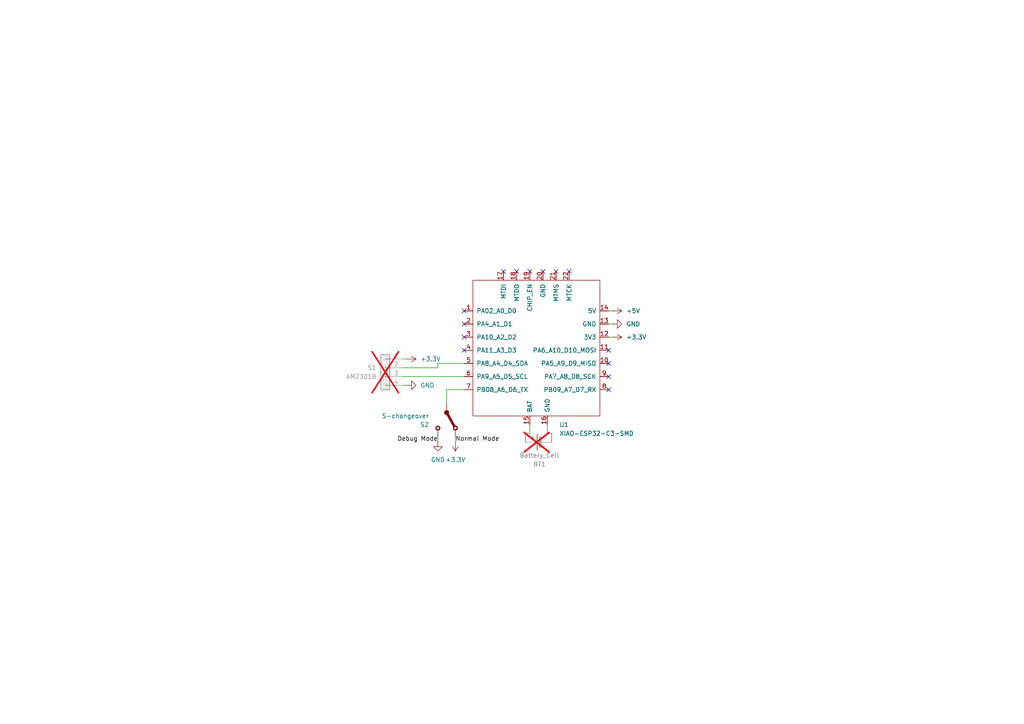
<source format=kicad_sch>
(kicad_sch (version 20231120) (generator "eeschema") (generator_version "8.0")
  (paper "A4")
  (title_block (title "IoTWeather") (date "2024-09-24") (rev "1") (company "Copyright: NamelessNanashi") (comment 1 "LicenseID: LicenseRef-OQL-1.3") (comment 2 "https://oql.avris.it/license/v1.3?c=NamelessNanashi%7Chttps%3A%2F%2FNamelessNanashi.dev%2F") (comment 3 "License URL: "))
  (lib_symbols
    (symbol "Connector_Generic:Conn_01x04" (pin_names (offset 1.016) hide)
      (property "Reference" "J" (at 0 5.08 0))
      (property "Value" "Conn_01x04" (at 0 -7.62 0))
      (symbol "Conn_01x04_1_1"
        (rectangle (start -1.27 -4.953) (end 0 -5.207) (stroke (width 0.1524)))
        (rectangle (start -1.27 -2.413) (end 0 -2.667) (stroke (width 0.1524)))
        (rectangle (start -1.27 0.127) (end 0 -0.127) (stroke (width 0.1524)))
        (rectangle (start -1.27 2.667) (end 0 2.413) (stroke (width 0.1524)))
        (rectangle (start -1.27 3.81) (end 1.27 -6.35) (stroke (width 0.254)) (fill (type background)))
        (pin passive line (at -5.08 2.54 0) (length 3.81) (name "Pin_1") (number "1"))
        (pin passive line (at -5.08 0 0) (length 3.81) (name "Pin_2") (number "2"))
        (pin passive line (at -5.08 -2.54 0) (length 3.81) (name "Pin_3") (number "3"))
        (pin passive line (at -5.08 -5.08 0) (length 3.81) (name "Pin_4") (number "4"))
      )
    )
    (symbol "Device:Battery_Cell" (pin_numbers hide) (pin_names (offset 0) hide)
      (property "Reference" "BT" (at 2.54 2.54 0))
      (property "Value" "Battery_Cell" (at 2.54 0 0))
      (symbol "Battery_Cell_0_1"
        (rectangle (start -2.286 1.778) (end 2.286 1.524) (fill (type outline)))
        (rectangle (start -1.524 1.016) (end 1.524 0.508) (fill (type outline)))
        (polyline (pts (xy 0 0.762) (xy 0 0)))
        (polyline (pts (xy 0 1.778) (xy 0 2.54)))
        (polyline (pts (xy 0.762 3.048) (xy 1.778 3.048)) (stroke (width 0.254)))
        (polyline (pts (xy 1.27 3.556) (xy 1.27 2.54)) (stroke (width 0.254)))
      )
      (symbol "Battery_Cell_1_1"
        (pin passive line (at 0 5.08 270) (length 2.54) (name "+") (number "1"))
        (pin passive line (at 0 -2.54 90) (length 2.54) (name "-") (number "2"))
      )
    )
    (symbol "PCM_Elektuur:S-changeover" (pin_numbers hide) (pin_names (offset 0) hide)
      (property "Reference" "S" (at 3.81 3.175 0))
      (property "Value" "S-changeover" (at 1.27 -3.175 0))
      (symbol "S-changeover_1_1"
        (circle (center -2.54 2.2606) (radius 0.5334) (stroke (width 0.3556)))
        (circle (center 0 -2.2606) (radius 0.5334) (stroke (width 0.3556)) (fill (type outline)))
        (polyline (pts (xy -2.4638 1.651) (xy -0.4064 -2.0066) (xy 0 -1.778) (xy -2.0574 1.8796) (xy -2.4638 1.651)) (stroke (width 0.254)) (fill (type outline)))
        (circle (center 2.54 2.2606) (radius 0.5334) (stroke (width 0.3556)))
        (pin passive line (at 0 -5.08 90) (length 2.2352) (name "1") (number "1"))
        (pin passive line (at -2.54 5.08 270) (length 2.2352) (name "2") (number "2"))
        (pin passive line (at 2.54 5.08 270) (length 2.2352) (name "4") (number "4"))
      )
      (symbol "S-changeover_1_2"
        (circle (center -2.286 2.032) (radius 0.5334) (stroke (width 0.3556)))
        (circle (center 0 -2.032) (radius 0.5334) (stroke (width 0.3556)) (fill (type outline)))
        (polyline (pts (xy -2.2098 1.4224) (xy -0.381 -1.8288) (xy 0.0254 -1.6002) (xy -1.8034 1.651) (xy -2.2098 1.4224)) (stroke (width 0.254)) (fill (type outline)))
        (circle (center 2.286 2.032) (radius 0.5334) (stroke (width 0.3556)))
        (pin passive line (at 0 -5.08 90) (length 2.5654) (name "1") (number "1"))
        (pin passive line (at -2.54 5.08 270) (length 2.5654) (name "2") (number "2"))
        (pin passive line (at 2.54 5.08 270) (length 2.5654) (name "4") (number "4"))
      )
      (symbol "S-changeover_1_3"
        (circle (center -2.54 2.54) (radius 0.5334) (stroke (width 0.3556)))
        (circle (center 0 -1.9812) (radius 0.5334) (stroke (width 0.3556)) (fill (type outline)))
        (polyline (pts (xy -2.4638 1.9304) (xy -0.4064 -1.7272) (xy 0 -1.4986) (xy -2.0574 2.159) (xy -2.4638 1.9304)) (stroke (width 0.254)) (fill (type outline)))
        (circle (center 2.54 2.54) (radius 0.5334) (stroke (width 0.3556)))
        (pin passive line (at 0 -5.08 90) (length 2.5146) (name "1") (number "1"))
        (pin passive line (at -5.08 2.54 0) (length 1.9558) (name "2") (number "2"))
        (pin passive line (at 5.08 2.54 180) (length 1.9558) (name "4") (number "4"))
      )
      (symbol "S-changeover_1_4"
        (circle (center -2.286 2.54) (radius 0.5334) (stroke (width 0.3556)))
        (circle (center 0 -1.524) (radius 0.5334) (stroke (width 0.3556)) (fill (type outline)))
        (polyline (pts (xy -2.2098 1.9304) (xy -0.381 -1.3208) (xy 0.0254 -1.0922) (xy -1.8034 2.159) (xy -2.2098 1.9304)) (stroke (width 0.254)) (fill (type outline)))
        (circle (center 2.286 2.54) (radius 0.5334) (stroke (width 0.3556)))
        (pin passive line (at 0 -5.08 90) (length 2.9718) (name "1") (number "1"))
        (pin passive line (at -5.08 2.54 0) (length 2.2098) (name "2") (number "2"))
        (pin passive line (at 5.08 2.54 180) (length 2.2098) (name "4") (number "4"))
      )
    )
    (symbol "Seeed_Studio_XIAO_Series:XIAO-ESP32-C3-SMD" (pin_names (offset 1.016))
      (property "Reference" "U" (at -18.542 23.114 0))
      (property "Value" "XIAO-ESP32-C3-SMD" (at -8.382 21.336 0))
      (symbol "XIAO-ESP32-C3-SMD_0_1"
        (rectangle (start -19.05 20.32) (end 17.78 -19.05))
      )
      (symbol "XIAO-ESP32-C3-SMD_1_1"
        (pin passive line (at -21.59 11.43 0) (length 2.54) (name "PA02_A0_D0") (number "1"))
        (pin passive line (at 20.32 -3.81 180) (length 2.54) (name "PA5_A9_D9_MISO") (number "10"))
        (pin passive line (at 20.32 0 180) (length 2.54) (name "PA6_A10_D10_MOSI") (number "11"))
        (pin passive line (at 20.32 3.81 180) (length 2.54) (name "3V3") (number "12"))
        (pin passive line (at 20.32 7.62 180) (length 2.54) (name "GND") (number "13"))
        (pin passive line (at 20.32 11.43 180) (length 2.54) (name "5V") (number "14"))
        (pin passive line (at -2.54 -21.59 90) (length 2.54) (name "BAT") (number "15"))
        (pin passive line (at 2.54 -21.59 90) (length 2.54) (name "GND") (number "16"))
        (pin passive line (at -10.16 22.86 270) (length 2.54) (name "MTDI") (number "17"))
        (pin passive line (at -6.35 22.86 270) (length 2.54) (name "MTDO") (number "18"))
        (pin passive line (at -2.54 22.86 270) (length 2.54) (name "CHIP_EN") (number "19"))
        (pin passive line (at -21.59 7.62 0) (length 2.54) (name "PA4_A1_D1") (number "2"))
        (pin passive line (at 1.27 22.86 270) (length 2.54) (name "GND") (number "20"))
        (pin passive line (at 5.08 22.86 270) (length 2.54) (name "MTMS") (number "21"))
        (pin passive line (at 8.89 22.86 270) (length 2.54) (name "MTCK") (number "22"))
        (pin passive line (at -21.59 3.81 0) (length 2.54) (name "PA10_A2_D2") (number "3"))
        (pin passive line (at -21.59 0 0) (length 2.54) (name "PA11_A3_D3") (number "4"))
        (pin passive line (at -21.59 -3.81 0) (length 2.54) (name "PA8_A4_D4_SDA") (number "5"))
        (pin passive line (at -21.59 -7.62 0) (length 2.54) (name "PA9_A5_D5_SCL") (number "6"))
        (pin passive line (at -21.59 -11.43 0) (length 2.54) (name "PB08_A6_D6_TX") (number "7"))
        (pin passive line (at 20.32 -11.43 180) (length 2.54) (name "PB09_A7_D7_RX") (number "8"))
        (pin passive line (at 20.32 -7.62 180) (length 2.54) (name "PA7_A8_D8_SCK") (number "9"))
      )
    )
    (symbol "power:+3.3V" (power) (pin_numbers hide) (pin_names (offset 0) hide)
      (property "Value" "+3.3V" (at 0 3.556 0))
      (symbol "+3.3V_0_1"
        (polyline (pts (xy -0.762 1.27) (xy 0 2.54)))
        (polyline (pts (xy 0 0) (xy 0 2.54)))
        (polyline (pts (xy 0 2.54) (xy 0.762 1.27)))
      )
      (symbol "+3.3V_1_1"
        (pin power_in line (at 0 0 90) (length 0) (name "~") (number "1"))
      )
    )
    (symbol "power:+5V" (power) (pin_numbers hide) (pin_names (offset 0) hide)
      (property "Value" "+5V" (at 0 3.556 0))
      (symbol "+5V_0_1"
        (polyline (pts (xy -0.762 1.27) (xy 0 2.54)))
        (polyline (pts (xy 0 0) (xy 0 2.54)))
        (polyline (pts (xy 0 2.54) (xy 0.762 1.27)))
      )
      (symbol "+5V_1_1"
        (pin power_in line (at 0 0 90) (length 0) (name "~") (number "1"))
      )
    )
    (symbol "power:GND" (power) (pin_numbers hide) (pin_names (offset 0) hide)
      (property "Value" "GND" (at 0 -3.81 0))
      (symbol "GND_0_1"
        (polyline (pts (xy 0 0) (xy 0 -1.27) (xy 1.27 -1.27) (xy 0 -2.54) (xy -1.27 -1.27) (xy 0 -1.27)))
      )
      (symbol "GND_1_1"
        (pin power_in line (at 0 0 270) (length 0) (name "~") (number "1"))
      )
    )
  )
  (no_connect (at 134.62 93.98))
  (no_connect (at 157.48 78.74))
  (no_connect (at 149.86 78.74))
  (no_connect (at 153.67 78.74))
  (no_connect (at 134.62 101.6))
  (no_connect (at 176.53 105.41))
  (no_connect (at 134.62 97.79))
  (no_connect (at 134.62 90.17))
  (no_connect (at 176.53 101.6))
  (no_connect (at 176.53 113.03))
  (no_connect (at 161.29 78.74))
  (no_connect (at 176.53 109.22))
  (no_connect (at 165.1 78.74))
  (no_connect (at 146.05 78.74))
  (wire (pts (xy 118.11 104.14) (xy 116.84 104.14)))
  (wire (pts (xy 132.08 128.27) (xy 132.08 127)))
  (wire (pts (xy 129.54 113.03) (xy 129.54 116.84)))
  (wire (pts (xy 118.11 111.76) (xy 116.84 111.76)))
  (wire (pts (xy 153.67 125.73) (xy 153.67 123.19)))
  (wire (pts (xy 160.02 125.73) (xy 158.75 125.73)))
  (wire (pts (xy 127 106.68) (xy 127 105.41)))
  (wire (pts (xy 158.75 125.73) (xy 158.75 123.19)))
  (wire (pts (xy 177.8 90.17) (xy 176.53 90.17)))
  (wire (pts (xy 177.8 93.98) (xy 176.53 93.98)))
  (wire (pts (xy 116.84 109.22) (xy 134.62 109.22)))
  (wire (pts (xy 177.8 97.79) (xy 176.53 97.79)))
  (wire (pts (xy 127 128.27) (xy 127 127)))
  (wire (pts (xy 152.4 128.27) (xy 152.4 125.73)))
  (wire (pts (xy 129.54 113.03) (xy 134.62 113.03)))
  (wire (pts (xy 160.02 128.27) (xy 160.02 125.73)))
  (wire (pts (xy 116.84 106.68) (xy 127 106.68)))
  (wire (pts (xy 127 105.41) (xy 134.62 105.41)))
  (wire (pts (xy 152.4 125.73) (xy 153.67 125.73)))
  (label "Debug Mode" (at 127 128.27 180))
  (label "Normal Mode" (at 132.08 128.27 0))
  (symbol (lib_id "power:GND") (at 118.11 111.76 90) (unit 1)
    (property "Reference" "#PWR03" (effects (hide yes)))
    (property "Value" "GND" (at 121.92 111.7599 90) (effects (justify right)))
    (property "Description" "Power symbol creates a global label with name \"GND\" , ground" (effects (hide yes)))
  )
  (symbol (lib_id "Device:Battery_Cell") (at 157.48 128.27 90) (unit 1) (dnp yes)
    (property "Reference" "BT1" (at 156.464 134.62 90))
    (property "Value" "Battery_Cell" (at 156.464 132.08 90))
    (property "Footprint" "Connector_Wire:SolderWire-0.25sqmm_1x02_P4.2mm_D0.65mm_OD1.7mm" (effects (hide yes)))
    (property "Description" "Single-cell battery" (effects (hide yes)))
  )
  (symbol (lib_id "power:+3.3V") (at 132.08 128.27 180) (unit 1)
    (property "Reference" "#PWR01" (effects (hide yes)))
    (property "Value" "+3.3V" (at 132.08 133.35 0))
    (property "Description" "Power symbol creates a global label with name \"+3.3V\"" (effects (hide yes)))
  )
  (symbol (lib_id "power:GND") (at 127 128.27 0) (unit 1)
    (property "Reference" "#PWR07" (effects (hide yes)))
    (property "Value" "GND" (at 127 133.35 0))
    (property "Description" "Power symbol creates a global label with name \"GND\" , ground" (effects (hide yes)))
  )
  (symbol (lib_id "power:GND") (at 177.8 93.98 90) (unit 1)
    (property "Reference" "#PWR04" (effects (hide yes)))
    (property "Value" "GND" (at 181.61 93.9799 90) (effects (justify right)))
    (property "Description" "Power symbol creates a global label with name \"GND\" , ground" (effects (hide yes)))
  )
  (symbol (lib_id "Seeed_Studio_XIAO_Series:XIAO-ESP32-C3-SMD") (at 156.21 101.6 0) (unit 1)
    (property "Reference" "U1" (at 162.2141 123.19 0) (effects (justify left)))
    (property "Value" "XIAO-ESP32-C3-SMD" (at 162.2141 125.73 0) (effects (justify left)))
    (property "Footprint" "Seeed_Studio_XIAO_Series:XIAO-ESP32-C3-SMD" (effects (hide yes)))
    (property "Datasheet" "https://files.seeedstudio.com/wiki/Seeed-Studio-XIAO-ESP32/esp32-c3_datasheet.pdf" (effects (hide yes)))
    (property "Description" "XIAO-ESP32-C3" (effects (hide yes)))
  )
  (symbol (lib_id "Connector_Generic:Conn_01x04") (at 111.76 106.68 0) (mirror y) (unit 1) (dnp yes)
    (property "Reference" "S1" (at 109.22 106.6799 0) (effects (justify left)))
    (property "Value" "AM2301B" (at 109.22 109.2199 0) (effects (justify left)))
    (property "Footprint" "Connector_Wire:SolderWire-0.25sqmm_1x04_P4.5mm_D0.65mm_OD2mm" (effects (hide yes)))
    (property "Datasheet" "https://cdn-shop.adafruit.com/product-files/5181/5181_AM2301B.pdf" (effects (hide yes)))
    (property "Description" "AM2301B - Wired Enclosed AHT20 - Temperature and Humidity Sensor" (effects (hide yes)))
  )
  (symbol (lib_id "PCM_Elektuur:S-changeover") (at 129.54 121.92 180) (unit 1)
    (property "Reference" "S2" (at 124.46 123.1901 0) (effects (justify left)))
    (property "Value" "S-changeover" (at 124.46 120.6501 0) (effects (justify left)))
    (property "Description" "change-over contact, break-(before-)make/non-shorting; switch, single pole, double throw/change-over (SPDT-BBM/SPCO-BBM/C)" (effects (hide yes)))
    (property "Field-1" "X" (effects (hide yes)))
    (property "Rating" "V/A" (effects (hide yes)))
  )
  (symbol (lib_id "power:+5V") (at 177.8 90.17 270) (mirror x) (unit 1)
    (property "Reference" "#PWR02" (effects (hide yes)))
    (property "Value" "+5V" (at 181.61 90.1699 90) (effects (justify left)))
    (property "Description" "Power symbol creates a global label with name \"+5V\"" (effects (hide yes)))
  )
  (symbol (lib_id "power:+3.3V") (at 177.8 97.79 270) (unit 1)
    (property "Reference" "#PWR05" (effects (hide yes)))
    (property "Value" "+3.3V" (at 181.61 97.7899 90) (effects (justify left)))
    (property "Description" "Power symbol creates a global label with name \"+3.3V\"" (effects (hide yes)))
  )
  (symbol (lib_id "power:+3.3V") (at 118.11 104.14 270) (unit 1)
    (property "Reference" "#PWR06" (effects (hide yes)))
    (property "Value" "+3.3V" (at 121.92 104.1399 90) (effects (justify left)))
    (property "Description" "Power symbol creates a global label with name \"+3.3V\"" (effects (hide yes)))
  )
)
</source>
